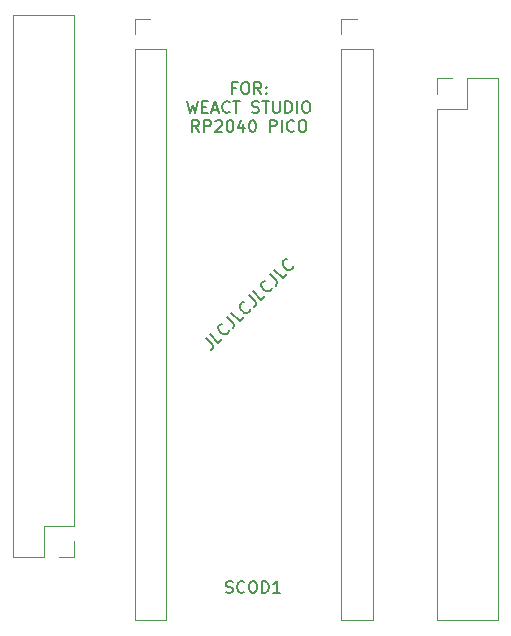
<source format=gbr>
%TF.GenerationSoftware,KiCad,Pcbnew,(6.0.5-0)*%
%TF.CreationDate,2022-06-05T15:38:57+08:00*%
%TF.ProjectId,SCO_D_V0.2,53434f5f-445f-4563-902e-322e6b696361,rev?*%
%TF.SameCoordinates,Original*%
%TF.FileFunction,Legend,Top*%
%TF.FilePolarity,Positive*%
%FSLAX46Y46*%
G04 Gerber Fmt 4.6, Leading zero omitted, Abs format (unit mm)*
G04 Created by KiCad (PCBNEW (6.0.5-0)) date 2022-06-05 15:38:57*
%MOMM*%
%LPD*%
G01*
G04 APERTURE LIST*
%ADD10C,0.200000*%
%ADD11C,0.150000*%
%ADD12C,0.120000*%
G04 APERTURE END LIST*
D10*
X217346614Y-63838934D02*
X217851691Y-64344011D01*
X217919034Y-64478698D01*
X217919034Y-64613385D01*
X217851691Y-64748072D01*
X217784347Y-64815415D01*
X218727156Y-63872606D02*
X218390439Y-64209324D01*
X217683332Y-63502217D01*
X219299576Y-63165499D02*
X219299576Y-63232843D01*
X219232233Y-63367530D01*
X219164889Y-63434873D01*
X219030202Y-63502217D01*
X218895515Y-63502217D01*
X218794500Y-63468545D01*
X218626141Y-63367530D01*
X218525126Y-63266514D01*
X218424111Y-63098156D01*
X218390439Y-62997140D01*
X218390439Y-62862453D01*
X218457782Y-62727766D01*
X218525126Y-62660423D01*
X218659813Y-62593079D01*
X218727156Y-62593079D01*
X219164889Y-62020660D02*
X219669965Y-62525736D01*
X219737309Y-62660423D01*
X219737309Y-62795110D01*
X219669965Y-62929797D01*
X219602622Y-62997140D01*
X220545431Y-62054331D02*
X220208713Y-62391049D01*
X219501607Y-61683942D01*
X221117851Y-61347225D02*
X221117851Y-61414568D01*
X221050507Y-61549255D01*
X220983164Y-61616599D01*
X220848477Y-61683942D01*
X220713790Y-61683942D01*
X220612774Y-61650270D01*
X220444416Y-61549255D01*
X220343400Y-61448240D01*
X220242385Y-61279881D01*
X220208713Y-61178866D01*
X220208713Y-61044179D01*
X220276057Y-60909492D01*
X220343400Y-60842148D01*
X220478087Y-60774805D01*
X220545431Y-60774805D01*
X220983164Y-60202385D02*
X221488240Y-60707461D01*
X221555583Y-60842148D01*
X221555583Y-60976835D01*
X221488240Y-61111522D01*
X221420896Y-61178866D01*
X222363705Y-60236057D02*
X222026988Y-60572774D01*
X221319881Y-59865668D01*
X222936125Y-59528950D02*
X222936125Y-59596294D01*
X222868782Y-59730981D01*
X222801438Y-59798324D01*
X222666751Y-59865668D01*
X222532064Y-59865668D01*
X222431049Y-59831996D01*
X222262690Y-59730981D01*
X222161675Y-59629965D01*
X222060660Y-59461607D01*
X222026988Y-59360591D01*
X222026988Y-59225904D01*
X222094331Y-59091217D01*
X222161675Y-59023874D01*
X222296362Y-58956530D01*
X222363705Y-58956530D01*
X222801438Y-58384111D02*
X223306514Y-58889187D01*
X223373858Y-59023874D01*
X223373858Y-59158561D01*
X223306514Y-59293248D01*
X223239171Y-59360591D01*
X224181980Y-58417782D02*
X223845263Y-58754500D01*
X223138156Y-58047393D01*
X224754400Y-57710675D02*
X224754400Y-57778019D01*
X224687056Y-57912706D01*
X224619713Y-57980049D01*
X224485026Y-58047393D01*
X224350339Y-58047393D01*
X224249324Y-58013721D01*
X224080965Y-57912706D01*
X223979950Y-57811691D01*
X223878934Y-57643332D01*
X223845263Y-57542317D01*
X223845263Y-57407630D01*
X223912606Y-57272943D01*
X223979950Y-57205599D01*
X224114637Y-57138256D01*
X224181980Y-57138256D01*
D11*
X219880952Y-42618571D02*
X219547619Y-42618571D01*
X219547619Y-43142380D02*
X219547619Y-42142380D01*
X220023809Y-42142380D01*
X220595238Y-42142380D02*
X220785714Y-42142380D01*
X220880952Y-42190000D01*
X220976190Y-42285238D01*
X221023809Y-42475714D01*
X221023809Y-42809047D01*
X220976190Y-42999523D01*
X220880952Y-43094761D01*
X220785714Y-43142380D01*
X220595238Y-43142380D01*
X220500000Y-43094761D01*
X220404761Y-42999523D01*
X220357142Y-42809047D01*
X220357142Y-42475714D01*
X220404761Y-42285238D01*
X220500000Y-42190000D01*
X220595238Y-42142380D01*
X222023809Y-43142380D02*
X221690476Y-42666190D01*
X221452380Y-43142380D02*
X221452380Y-42142380D01*
X221833333Y-42142380D01*
X221928571Y-42190000D01*
X221976190Y-42237619D01*
X222023809Y-42332857D01*
X222023809Y-42475714D01*
X221976190Y-42570952D01*
X221928571Y-42618571D01*
X221833333Y-42666190D01*
X221452380Y-42666190D01*
X222452380Y-43047142D02*
X222500000Y-43094761D01*
X222452380Y-43142380D01*
X222404761Y-43094761D01*
X222452380Y-43047142D01*
X222452380Y-43142380D01*
X222452380Y-42523333D02*
X222500000Y-42570952D01*
X222452380Y-42618571D01*
X222404761Y-42570952D01*
X222452380Y-42523333D01*
X222452380Y-42618571D01*
X215785714Y-43752380D02*
X216023809Y-44752380D01*
X216214285Y-44038095D01*
X216404761Y-44752380D01*
X216642857Y-43752380D01*
X217023809Y-44228571D02*
X217357142Y-44228571D01*
X217500000Y-44752380D02*
X217023809Y-44752380D01*
X217023809Y-43752380D01*
X217500000Y-43752380D01*
X217880952Y-44466666D02*
X218357142Y-44466666D01*
X217785714Y-44752380D02*
X218119047Y-43752380D01*
X218452380Y-44752380D01*
X219357142Y-44657142D02*
X219309523Y-44704761D01*
X219166666Y-44752380D01*
X219071428Y-44752380D01*
X218928571Y-44704761D01*
X218833333Y-44609523D01*
X218785714Y-44514285D01*
X218738095Y-44323809D01*
X218738095Y-44180952D01*
X218785714Y-43990476D01*
X218833333Y-43895238D01*
X218928571Y-43800000D01*
X219071428Y-43752380D01*
X219166666Y-43752380D01*
X219309523Y-43800000D01*
X219357142Y-43847619D01*
X219642857Y-43752380D02*
X220214285Y-43752380D01*
X219928571Y-44752380D02*
X219928571Y-43752380D01*
X221261904Y-44704761D02*
X221404761Y-44752380D01*
X221642857Y-44752380D01*
X221738095Y-44704761D01*
X221785714Y-44657142D01*
X221833333Y-44561904D01*
X221833333Y-44466666D01*
X221785714Y-44371428D01*
X221738095Y-44323809D01*
X221642857Y-44276190D01*
X221452380Y-44228571D01*
X221357142Y-44180952D01*
X221309523Y-44133333D01*
X221261904Y-44038095D01*
X221261904Y-43942857D01*
X221309523Y-43847619D01*
X221357142Y-43800000D01*
X221452380Y-43752380D01*
X221690476Y-43752380D01*
X221833333Y-43800000D01*
X222119047Y-43752380D02*
X222690476Y-43752380D01*
X222404761Y-44752380D02*
X222404761Y-43752380D01*
X223023809Y-43752380D02*
X223023809Y-44561904D01*
X223071428Y-44657142D01*
X223119047Y-44704761D01*
X223214285Y-44752380D01*
X223404761Y-44752380D01*
X223500000Y-44704761D01*
X223547619Y-44657142D01*
X223595238Y-44561904D01*
X223595238Y-43752380D01*
X224071428Y-44752380D02*
X224071428Y-43752380D01*
X224309523Y-43752380D01*
X224452380Y-43800000D01*
X224547619Y-43895238D01*
X224595238Y-43990476D01*
X224642857Y-44180952D01*
X224642857Y-44323809D01*
X224595238Y-44514285D01*
X224547619Y-44609523D01*
X224452380Y-44704761D01*
X224309523Y-44752380D01*
X224071428Y-44752380D01*
X225071428Y-44752380D02*
X225071428Y-43752380D01*
X225738095Y-43752380D02*
X225928571Y-43752380D01*
X226023809Y-43800000D01*
X226119047Y-43895238D01*
X226166666Y-44085714D01*
X226166666Y-44419047D01*
X226119047Y-44609523D01*
X226023809Y-44704761D01*
X225928571Y-44752380D01*
X225738095Y-44752380D01*
X225642857Y-44704761D01*
X225547619Y-44609523D01*
X225500000Y-44419047D01*
X225500000Y-44085714D01*
X225547619Y-43895238D01*
X225642857Y-43800000D01*
X225738095Y-43752380D01*
X216761904Y-46362380D02*
X216428571Y-45886190D01*
X216190476Y-46362380D02*
X216190476Y-45362380D01*
X216571428Y-45362380D01*
X216666666Y-45410000D01*
X216714285Y-45457619D01*
X216761904Y-45552857D01*
X216761904Y-45695714D01*
X216714285Y-45790952D01*
X216666666Y-45838571D01*
X216571428Y-45886190D01*
X216190476Y-45886190D01*
X217190476Y-46362380D02*
X217190476Y-45362380D01*
X217571428Y-45362380D01*
X217666666Y-45410000D01*
X217714285Y-45457619D01*
X217761904Y-45552857D01*
X217761904Y-45695714D01*
X217714285Y-45790952D01*
X217666666Y-45838571D01*
X217571428Y-45886190D01*
X217190476Y-45886190D01*
X218142857Y-45457619D02*
X218190476Y-45410000D01*
X218285714Y-45362380D01*
X218523809Y-45362380D01*
X218619047Y-45410000D01*
X218666666Y-45457619D01*
X218714285Y-45552857D01*
X218714285Y-45648095D01*
X218666666Y-45790952D01*
X218095238Y-46362380D01*
X218714285Y-46362380D01*
X219333333Y-45362380D02*
X219428571Y-45362380D01*
X219523809Y-45410000D01*
X219571428Y-45457619D01*
X219619047Y-45552857D01*
X219666666Y-45743333D01*
X219666666Y-45981428D01*
X219619047Y-46171904D01*
X219571428Y-46267142D01*
X219523809Y-46314761D01*
X219428571Y-46362380D01*
X219333333Y-46362380D01*
X219238095Y-46314761D01*
X219190476Y-46267142D01*
X219142857Y-46171904D01*
X219095238Y-45981428D01*
X219095238Y-45743333D01*
X219142857Y-45552857D01*
X219190476Y-45457619D01*
X219238095Y-45410000D01*
X219333333Y-45362380D01*
X220523809Y-45695714D02*
X220523809Y-46362380D01*
X220285714Y-45314761D02*
X220047619Y-46029047D01*
X220666666Y-46029047D01*
X221238095Y-45362380D02*
X221333333Y-45362380D01*
X221428571Y-45410000D01*
X221476190Y-45457619D01*
X221523809Y-45552857D01*
X221571428Y-45743333D01*
X221571428Y-45981428D01*
X221523809Y-46171904D01*
X221476190Y-46267142D01*
X221428571Y-46314761D01*
X221333333Y-46362380D01*
X221238095Y-46362380D01*
X221142857Y-46314761D01*
X221095238Y-46267142D01*
X221047619Y-46171904D01*
X221000000Y-45981428D01*
X221000000Y-45743333D01*
X221047619Y-45552857D01*
X221095238Y-45457619D01*
X221142857Y-45410000D01*
X221238095Y-45362380D01*
X222761904Y-46362380D02*
X222761904Y-45362380D01*
X223142857Y-45362380D01*
X223238095Y-45410000D01*
X223285714Y-45457619D01*
X223333333Y-45552857D01*
X223333333Y-45695714D01*
X223285714Y-45790952D01*
X223238095Y-45838571D01*
X223142857Y-45886190D01*
X222761904Y-45886190D01*
X223761904Y-46362380D02*
X223761904Y-45362380D01*
X224809523Y-46267142D02*
X224761904Y-46314761D01*
X224619047Y-46362380D01*
X224523809Y-46362380D01*
X224380952Y-46314761D01*
X224285714Y-46219523D01*
X224238095Y-46124285D01*
X224190476Y-45933809D01*
X224190476Y-45790952D01*
X224238095Y-45600476D01*
X224285714Y-45505238D01*
X224380952Y-45410000D01*
X224523809Y-45362380D01*
X224619047Y-45362380D01*
X224761904Y-45410000D01*
X224809523Y-45457619D01*
X225428571Y-45362380D02*
X225619047Y-45362380D01*
X225714285Y-45410000D01*
X225809523Y-45505238D01*
X225857142Y-45695714D01*
X225857142Y-46029047D01*
X225809523Y-46219523D01*
X225714285Y-46314761D01*
X225619047Y-46362380D01*
X225428571Y-46362380D01*
X225333333Y-46314761D01*
X225238095Y-46219523D01*
X225190476Y-46029047D01*
X225190476Y-45695714D01*
X225238095Y-45505238D01*
X225333333Y-45410000D01*
X225428571Y-45362380D01*
%TO.C,SCOD1*%
X219039285Y-85329761D02*
X219182142Y-85377380D01*
X219420238Y-85377380D01*
X219515476Y-85329761D01*
X219563095Y-85282142D01*
X219610714Y-85186904D01*
X219610714Y-85091666D01*
X219563095Y-84996428D01*
X219515476Y-84948809D01*
X219420238Y-84901190D01*
X219229761Y-84853571D01*
X219134523Y-84805952D01*
X219086904Y-84758333D01*
X219039285Y-84663095D01*
X219039285Y-84567857D01*
X219086904Y-84472619D01*
X219134523Y-84425000D01*
X219229761Y-84377380D01*
X219467857Y-84377380D01*
X219610714Y-84425000D01*
X220610714Y-85282142D02*
X220563095Y-85329761D01*
X220420238Y-85377380D01*
X220325000Y-85377380D01*
X220182142Y-85329761D01*
X220086904Y-85234523D01*
X220039285Y-85139285D01*
X219991666Y-84948809D01*
X219991666Y-84805952D01*
X220039285Y-84615476D01*
X220086904Y-84520238D01*
X220182142Y-84425000D01*
X220325000Y-84377380D01*
X220420238Y-84377380D01*
X220563095Y-84425000D01*
X220610714Y-84472619D01*
X221229761Y-84377380D02*
X221420238Y-84377380D01*
X221515476Y-84425000D01*
X221610714Y-84520238D01*
X221658333Y-84710714D01*
X221658333Y-85044047D01*
X221610714Y-85234523D01*
X221515476Y-85329761D01*
X221420238Y-85377380D01*
X221229761Y-85377380D01*
X221134523Y-85329761D01*
X221039285Y-85234523D01*
X220991666Y-85044047D01*
X220991666Y-84710714D01*
X221039285Y-84520238D01*
X221134523Y-84425000D01*
X221229761Y-84377380D01*
X222086904Y-85377380D02*
X222086904Y-84377380D01*
X222325000Y-84377380D01*
X222467857Y-84425000D01*
X222563095Y-84520238D01*
X222610714Y-84615476D01*
X222658333Y-84805952D01*
X222658333Y-84948809D01*
X222610714Y-85139285D01*
X222563095Y-85234523D01*
X222467857Y-85329761D01*
X222325000Y-85377380D01*
X222086904Y-85377380D01*
X223610714Y-85377380D02*
X223039285Y-85377380D01*
X223325000Y-85377380D02*
X223325000Y-84377380D01*
X223229761Y-84520238D01*
X223134523Y-84615476D01*
X223039285Y-84663095D01*
D12*
%TO.C,J1*%
X211320000Y-36770000D02*
X212650000Y-36770000D01*
X211320000Y-39370000D02*
X213980000Y-39370000D01*
X211320000Y-87690000D02*
X213980000Y-87690000D01*
X211320000Y-39370000D02*
X211320000Y-87690000D01*
X211320000Y-38100000D02*
X211320000Y-36770000D01*
X213980000Y-39370000D02*
X213980000Y-87690000D01*
%TO.C,SCOD1*%
X203603427Y-79730511D02*
X203603427Y-82330511D01*
X236893427Y-44420511D02*
X236893427Y-87660511D01*
X242093427Y-41820511D02*
X242093427Y-87660511D01*
X201003427Y-82330511D02*
X201003427Y-36490511D01*
X236893427Y-41820511D02*
X238223427Y-41820511D01*
X236893427Y-44420511D02*
X239493427Y-44420511D01*
X239493427Y-41820511D02*
X242093427Y-41820511D01*
X206203427Y-79730511D02*
X206203427Y-36490511D01*
X236893427Y-43150511D02*
X236893427Y-41820511D01*
X206203427Y-81000511D02*
X206203427Y-82330511D01*
X206203427Y-82330511D02*
X204873427Y-82330511D01*
X203603427Y-82330511D02*
X201003427Y-82330511D01*
X206203427Y-79730511D02*
X203603427Y-79730511D01*
X236893427Y-87660511D02*
X242093427Y-87660511D01*
X239493427Y-44420511D02*
X239493427Y-41820511D01*
X206203427Y-36490511D02*
X201003427Y-36490511D01*
%TO.C,J2*%
X228820000Y-38100000D02*
X228820000Y-36770000D01*
X228820000Y-36770000D02*
X230150000Y-36770000D01*
X228820000Y-39370000D02*
X231480000Y-39370000D01*
X228820000Y-87690000D02*
X231480000Y-87690000D01*
X228820000Y-39370000D02*
X228820000Y-87690000D01*
X231480000Y-39370000D02*
X231480000Y-87690000D01*
%TD*%
M02*

</source>
